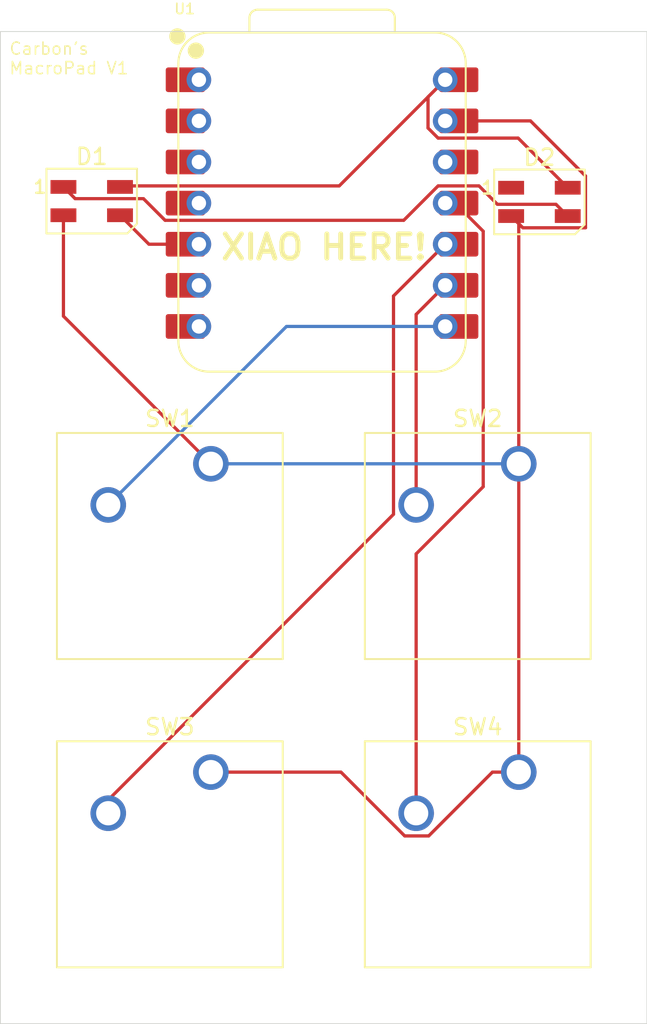
<source format=kicad_pcb>
(kicad_pcb (version 20241229) (generator "pcbnew") (generator_version "9.0")
  (layers (0 "F.Cu" signal) (2 "B.Cu" signal) (13 "F.Paste" user) (15 "B.Paste" user) (5 "F.SilkS" user "F.Silkscreen") (7 "B.SilkS" user "B.Silkscreen") (1 "F.Mask" user) (3 "B.Mask" user) (25 "Edge.Cuts" user))
  (net 0 "")
  (net 1 "Net-(D1-DOUT)")
  (net 2 "+5V")
  (net 3 "Net-(D1-DIN)")
  (net 4 "GND")
  (net 5 "Net-(U1-GPIO1{slash}RX)")
  (net 6 "Net-(U1-GPIO2{slash}SCK)")
  (net 7 "Net-(U1-GPIO4{slash}MISO)")
  (net 8 "Net-(U1-GPIO3{slash}MOSI)")
  (footprint "Button_Switch_Keyboard:SW_Cherry_MX_1.00u_PCB" (layer "F.Cu") (at 135.5725 123.5075)
    (property "Reference" "SW2" (at -2.54 -2.794 0) (layer "F.SilkS"))
    (property "Value" "SW_Push")
    (fp_line (start -9.525 -1.905) (end 4.445 -1.905) (stroke (width 0.12)) (layer "F.SilkS"))
    (fp_line (start -9.525 12.065) (end -9.525 -1.905) (stroke (width 0.12)) (layer "F.SilkS"))
    (fp_line (start 4.445 -1.905) (end 4.445 12.065) (stroke (width 0.12)) (layer "F.SilkS"))
    (fp_line (start 4.445 12.065) (end -9.525 12.065) (stroke (width 0.12)) (layer "F.SilkS"))
    (pad "" np_thru_hole circle (at -7.62 5.08) (size 1.7 1.7) (drill 1.7) (layers "*.Cu" "*.Mask"))
    (pad "" np_thru_hole circle (at -2.54 5.08) (size 4 4) (drill 4) (layers "*.Cu" "*.Mask"))
    (pad "" np_thru_hole circle (at 2.54 5.08) (size 1.7 1.7) (drill 1.7) (layers "*.Cu" "*.Mask"))
    (pad "1" thru_hole circle (at 0 0) (size 2.2 2.2) (drill 1.5) (layers "*.Cu" "*.Mask") (net 4 "GND"))
    (pad "2" thru_hole circle (at -6.35 2.54) (size 2.2 2.2) (drill 1.5) (layers "*.Cu" "*.Mask") (net 6 "Net-(U1-GPIO2{slash}SCK)"))
  )
  (footprint "LED_SMD:LED_SK6812MINI_PLCC4_3.5x3.5mm_P1.75mm" (layer "F.Cu") (at 109.15 107.275)
    (property "Reference" "D1" (at 0 -2.75 0) (layer "F.SilkS"))
    (property "Value" "SK6812MINI")
    (fp_line (start -2.8 -2) (end -2.8 2) (stroke (width 0.12)) (layer "F.SilkS"))
    (fp_line (start -2.8 -2) (end 2.8 -2) (stroke (width 0.12)) (layer "F.SilkS"))
    (fp_line (start -2.8 2) (end 2.2 2) (stroke (width 0.12)) (layer "F.SilkS"))
    (fp_line (start 2.8 1.4) (end 2.2 2) (stroke (width 0.12)) (layer "F.SilkS"))
    (fp_line (start 2.8 1.4) (end 2.8 -2) (stroke (width 0.12)) (layer "F.SilkS"))
    (fp_text user "1" (at -3.2 -0.875 0) (layer "F.SilkS") (effects (font (size 0.8 0.8))))
    (pad "1" smd rect (at -1.75 -0.875) (size 1.6 0.85) (layers "F.Cu" "F.Mask" "F.Paste") (net 1 "Net-(D1-DOUT)"))
    (pad "2" smd rect (at -1.75 0.875) (size 1.6 0.85) (layers "F.Cu" "F.Mask" "F.Paste") (net 4 "GND"))
    (pad "3" smd rect (at 1.75 0.875) (size 1.6 0.85) (layers "F.Cu" "F.Mask" "F.Paste") (net 3 "Net-(D1-DIN)"))
    (pad "4" smd rect (at 1.75 -0.875) (size 1.6 0.85) (layers "F.Cu" "F.Mask" "F.Paste") (net 2 "+5V"))
  )
  (footprint "Button_Switch_Keyboard:SW_Cherry_MX_1.00u_PCB" (layer "F.Cu") (at 116.5225 123.5075)
    (property "Reference" "SW1" (at -2.54 -2.794 0) (layer "F.SilkS"))
    (property "Value" "SW_Push")
    (fp_line (start -9.525 -1.905) (end 4.445 -1.905) (stroke (width 0.12)) (layer "F.SilkS"))
    (fp_line (start -9.525 12.065) (end -9.525 -1.905) (stroke (width 0.12)) (layer "F.SilkS"))
    (fp_line (start 4.445 -1.905) (end 4.445 12.065) (stroke (width 0.12)) (layer "F.SilkS"))
    (fp_line (start 4.445 12.065) (end -9.525 12.065) (stroke (width 0.12)) (layer "F.SilkS"))
    (pad "" np_thru_hole circle (at -7.62 5.08) (size 1.7 1.7) (drill 1.7) (layers "*.Cu" "*.Mask"))
    (pad "" np_thru_hole circle (at -2.54 5.08) (size 4 4) (drill 4) (layers "*.Cu" "*.Mask"))
    (pad "" np_thru_hole circle (at 2.54 5.08) (size 1.7 1.7) (drill 1.7) (layers "*.Cu" "*.Mask"))
    (pad "1" thru_hole circle (at 0 0) (size 2.2 2.2) (drill 1.5) (layers "*.Cu" "*.Mask") (net 4 "GND"))
    (pad "2" thru_hole circle (at -6.35 2.54) (size 2.2 2.2) (drill 1.5) (layers "*.Cu" "*.Mask") (net 5 "Net-(U1-GPIO1{slash}RX)"))
  )
  (footprint "Seeed Studio XIAO Series Library:XIAO-RP2040-DIP" (layer "F.Cu") (at 123.4 107.4)
    (property "Reference" "U1" (at -8.5 -12 0) (layer "F.SilkS") (effects (font (size 0.635 0.635) (thickness 0.1016))))
    (property "Value" "XIAO-RP2040-DIP")
    (fp_line (start -8.89 8.509) (end -8.89 -8.636) (stroke (width 0.127)) (layer "F.SilkS"))
    (fp_line (start -6.985 10.414) (end 6.985 10.414) (stroke (width 0.127)) (layer "F.SilkS"))
    (fp_line (start -4.495 -10.541) (end -4.491272 -11.451272) (stroke (width 0.127)) (layer "F.SilkS"))
    (fp_line (start -3.991272 -11.951) (end 4.004 -11.951) (stroke (width 0.127)) (layer "F.SilkS"))
    (fp_line (start 4.504 -11.451) (end 4.504 -10.541) (stroke (width 0.127)) (layer "F.SilkS"))
    (fp_line (start 6.985 -10.541) (end -6.985 -10.541) (stroke (width 0.1)) (layer "F.SilkS"))
    (fp_line (start 6.985 -10.541) (end -6.985 -10.541) (stroke (width 0.127)) (layer "F.SilkS"))
    (fp_line (start 8.89 8.509) (end 8.89 -8.636) (stroke (width 0.127)) (layer "F.SilkS"))
    (fp_arc (start -8.89 -8.636) (mid -8.332038 -9.983038) (end -6.985 -10.541) (stroke (width 0.127)) (layer "F.SilkS"))
    (fp_arc (start -6.985 10.414) (mid -8.332038 9.856038) (end -8.89 8.509) (stroke (width 0.127)) (layer "F.SilkS"))
    (fp_arc (start -4.491272 -11.451272) (mid -4.344724 -11.804644) (end -3.991272 -11.951) (stroke (width 0.127)) (layer "F.SilkS"))
    (fp_arc (start 4.004 -11.951) (mid 4.357553 -11.804553) (end 4.504 -11.451) (stroke (width 0.127)) (layer "F.SilkS"))
    (fp_arc (start 6.985 -10.541) (mid 8.332038 -9.983038) (end 8.89 -8.636) (stroke (width 0.127)) (layer "F.SilkS"))
    (fp_arc (start 8.89 8.509) (mid 8.332038 9.856038) (end 6.985 10.414) (stroke (width 0.127)) (layer "F.SilkS"))
    (fp_circle (center -8.95 -10.3) (end -8.95 -10.554) (stroke (width 0.5)) (fill yes) (layer "F.SilkS"))
    (fp_circle (center -7.807 -9.42) (end -7.807 -9.674) (stroke (width 0.5)) (fill yes) (layer "F.SilkS"))
    (pad "1" smd roundrect (at -8.455 -7.62 180) (size 2.432 1.524) (layers "F.Cu" "F.Mask") (roundrect_rratio 0.1))
    (pad "1" thru_hole circle (at -7.62 -7.62 180) (size 1.524 1.524) (drill 0.889) (layers "*.Cu" "*.Mask"))
    (pad "2" smd roundrect (at -8.455 -5.08 180) (size 2.432 1.524) (layers "F.Cu" "F.Mask") (roundrect_rratio 0.1))
    (pad "2" thru_hole circle (at -7.62 -5.08 180) (size 1.524 1.524) (drill 0.889) (layers "*.Cu" "*.Mask"))
    (pad "3" smd roundrect (at -8.455 -2.54 180) (size 2.432 1.524) (layers "F.Cu" "F.Mask") (roundrect_rratio 0.1))
    (pad "3" thru_hole circle (at -7.62 -2.54 180) (size 1.524 1.524) (drill 0.889) (layers "*.Cu" "*.Mask"))
    (pad "4" smd roundrect (at -8.455 0 180) (size 2.432 1.524) (layers "F.Cu" "F.Mask") (roundrect_rratio 0.1))
    (pad "4" thru_hole circle (at -7.62 0 180) (size 1.524 1.524) (drill 0.889) (layers "*.Cu" "*.Mask"))
    (pad "5" smd roundrect (at -8.455 2.54 180) (size 2.432 1.524) (layers "F.Cu" "F.Mask") (roundrect_rratio 0.1) (net 3 "Net-(D1-DIN)"))
    (pad "5" thru_hole circle (at -7.62 2.54 180) (size 1.524 1.524) (drill 0.889) (layers "*.Cu" "*.Mask") (net 3 "Net-(D1-DIN)"))
    (pad "6" smd roundrect (at -8.455 5.08 180) (size 2.432 1.524) (layers "F.Cu" "F.Mask") (roundrect_rratio 0.1))
    (pad "6" thru_hole circle (at -7.62 5.08 180) (size 1.524 1.524) (drill 0.889) (layers "*.Cu" "*.Mask"))
    (pad "7" smd roundrect (at -8.455 7.62 180) (size 2.432 1.524) (layers "F.Cu" "F.Mask") (roundrect_rratio 0.1))
    (pad "7" thru_hole circle (at -7.62 7.62 180) (size 1.524 1.524) (drill 0.889) (layers "*.Cu" "*.Mask"))
    (pad "8" thru_hole circle (at 7.62 7.62) (size 1.524 1.524) (drill 0.889) (layers "*.Cu" "*.Mask") (net 5 "Net-(U1-GPIO1{slash}RX)"))
    (pad "8" smd roundrect (at 8.455 7.62) (size 2.432 1.524) (layers "F.Cu" "F.Mask") (roundrect_rratio 0.1) (net 5 "Net-(U1-GPIO1{slash}RX)"))
    (pad "9" thru_hole circle (at 7.62 5.08) (size 1.524 1.524) (drill 0.889) (layers "*.Cu" "*.Mask") (net 6 "Net-(U1-GPIO2{slash}SCK)"))
    (pad "9" smd roundrect (at 8.455 5.08) (size 2.432 1.524) (layers "F.Cu" "F.Mask") (roundrect_rratio 0.1) (net 6 "Net-(U1-GPIO2{slash}SCK)"))
    (pad "10" thru_hole circle (at 7.62 2.54) (size 1.524 1.524) (drill 0.889) (layers "*.Cu" "*.Mask") (net 7 "Net-(U1-GPIO4{slash}MISO)"))
    (pad "10" smd roundrect (at 8.455 2.54) (size 2.432 1.524) (layers "F.Cu" "F.Mask") (roundrect_rratio 0.1) (net 7 "Net-(U1-GPIO4{slash}MISO)"))
    (pad "11" thru_hole circle (at 7.62 0) (size 1.524 1.524) (drill 0.889) (layers "*.Cu" "*.Mask") (net 8 "Net-(U1-GPIO3{slash}MOSI)"))
    (pad "11" smd roundrect (at 8.455 0) (size 2.432 1.524) (layers "F.Cu" "F.Mask") (roundrect_rratio 0.1) (net 8 "Net-(U1-GPIO3{slash}MOSI)"))
    (pad "12" thru_hole circle (at 7.62 -2.54) (size 1.524 1.524) (drill 0.889) (layers "*.Cu" "*.Mask"))
    (pad "12" smd roundrect (at 8.455 -2.54) (size 2.432 1.524) (layers "F.Cu" "F.Mask") (roundrect_rratio 0.1))
    (pad "13" thru_hole circle (at 7.62 -5.08) (size 1.524 1.524) (drill 0.889) (layers "*.Cu" "*.Mask") (net 4 "GND"))
    (pad "13" smd roundrect (at 8.455 -5.08) (size 2.432 1.524) (layers "F.Cu" "F.Mask") (roundrect_rratio 0.1) (net 4 "GND"))
    (pad "14" thru_hole circle (at 7.62 -7.62) (size 1.524 1.524) (drill 0.889) (layers "*.Cu" "*.Mask") (net 2 "+5V"))
    (pad "14" smd roundrect (at 8.455 -7.62) (size 2.432 1.524) (layers "F.Cu" "F.Mask") (roundrect_rratio 0.1) (net 2 "+5V"))
  )
  (footprint "LED_SMD:LED_SK6812MINI_PLCC4_3.5x3.5mm_P1.75mm" (layer "F.Cu") (at 136.85 107.325)
    (property "Reference" "D2" (at 0 -2.75 0) (layer "F.SilkS"))
    (property "Value" "SK6812MINI")
    (fp_line (start -2.8 -2) (end -2.8 2) (stroke (width 0.12)) (layer "F.SilkS"))
    (fp_line (start -2.8 -2) (end 2.8 -2) (stroke (width 0.12)) (layer "F.SilkS"))
    (fp_line (start -2.8 2) (end 2.2 2) (stroke (width 0.12)) (layer "F.SilkS"))
    (fp_line (start 2.8 1.4) (end 2.2 2) (stroke (width 0.12)) (layer "F.SilkS"))
    (fp_line (start 2.8 1.4) (end 2.8 -2) (stroke (width 0.12)) (layer "F.SilkS"))
    (fp_text user "1" (at -3.2 -0.875 0) (layer "F.SilkS") (effects (font (size 0.8 0.8))))
    (pad "1" smd rect (at -1.75 -0.875) (size 1.6 0.85) (layers "F.Cu" "F.Mask" "F.Paste"))
    (pad "2" smd rect (at -1.75 0.875) (size 1.6 0.85) (layers "F.Cu" "F.Mask" "F.Paste") (net 4 "GND"))
    (pad "3" smd rect (at 1.75 0.875) (size 1.6 0.85) (layers "F.Cu" "F.Mask" "F.Paste") (net 1 "Net-(D1-DOUT)"))
    (pad "4" smd rect (at 1.75 -0.875) (size 1.6 0.85) (layers "F.Cu" "F.Mask" "F.Paste") (net 2 "+5V"))
  )
  (footprint "Button_Switch_Keyboard:SW_Cherry_MX_1.00u_PCB" (layer "F.Cu") (at 135.5725 142.5575)
    (property "Reference" "SW4" (at -2.54 -2.794 0) (layer "F.SilkS"))
    (property "Value" "SW_Push")
    (fp_line (start -9.525 -1.905) (end 4.445 -1.905) (stroke (width 0.12)) (layer "F.SilkS"))
    (fp_line (start -9.525 12.065) (end -9.525 -1.905) (stroke (width 0.12)) (layer "F.SilkS"))
    (fp_line (start 4.445 -1.905) (end 4.445 12.065) (stroke (width 0.12)) (layer "F.SilkS"))
    (fp_line (start 4.445 12.065) (end -9.525 12.065) (stroke (width 0.12)) (layer "F.SilkS"))
    (pad "" np_thru_hole circle (at -7.62 5.08) (size 1.7 1.7) (drill 1.7) (layers "*.Cu" "*.Mask"))
    (pad "" np_thru_hole circle (at -2.54 5.08) (size 4 4) (drill 4) (layers "*.Cu" "*.Mask"))
    (pad "" np_thru_hole circle (at 2.54 5.08) (size 1.7 1.7) (drill 1.7) (layers "*.Cu" "*.Mask"))
    (pad "1" thru_hole circle (at 0 0) (size 2.2 2.2) (drill 1.5) (layers "*.Cu" "*.Mask") (net 4 "GND"))
    (pad "2" thru_hole circle (at -6.35 2.54) (size 2.2 2.2) (drill 1.5) (layers "*.Cu" "*.Mask") (net 8 "Net-(U1-GPIO3{slash}MOSI)"))
  )
  (footprint "Button_Switch_Keyboard:SW_Cherry_MX_1.00u_PCB" (layer "F.Cu") (at 116.5225 142.5575)
    (property "Reference" "SW3" (at -2.54 -2.794 0) (layer "F.SilkS"))
    (property "Value" "SW_Push")
    (fp_line (start -9.525 -1.905) (end 4.445 -1.905) (stroke (width 0.12)) (layer "F.SilkS"))
    (fp_line (start -9.525 12.065) (end -9.525 -1.905) (stroke (width 0.12)) (layer "F.SilkS"))
    (fp_line (start 4.445 -1.905) (end 4.445 12.065) (stroke (width 0.12)) (layer "F.SilkS"))
    (fp_line (start 4.445 12.065) (end -9.525 12.065) (stroke (width 0.12)) (layer "F.SilkS"))
    (pad "" np_thru_hole circle (at -7.62 5.08) (size 1.7 1.7) (drill 1.7) (layers "*.Cu" "*.Mask"))
    (pad "" np_thru_hole circle (at -2.54 5.08) (size 4 4) (drill 4) (layers "*.Cu" "*.Mask"))
    (pad "" np_thru_hole circle (at 2.54 5.08) (size 1.7 1.7) (drill 1.7) (layers "*.Cu" "*.Mask"))
    (pad "1" thru_hole circle (at 0 0) (size 2.2 2.2) (drill 1.5) (layers "*.Cu" "*.Mask") (net 4 "GND"))
    (pad "2" thru_hole circle (at -6.35 2.54) (size 2.2 2.2) (drill 1.5) (layers "*.Cu" "*.Mask") (net 7 "Net-(U1-GPIO4{slash}MISO)"))
  )
  (gr_rect (start 103.5 96.8) (end 143.5 158.1) (stroke (width 0.05)) (fill no) (layer "Edge.Cuts"))
  (gr_text "Carbon's\nMacroPad V1" (at 104 99.5 0) (layer "F.SilkS") (effects (font (size 0.75 0.75) (thickness 0.09375)) (justify left bottom)))
  (gr_text "XIAO HERE!" (at 117 111 -0) (layer "F.SilkS") (effects (font (size 1.5 1.5) (thickness 0.3) (bold yes)) (justify left bottom)))
  (segment (start 137.874 107.474) (end 134.247626 107.474) (width 0.2) (layer "F.Cu") (net 1))
  (segment (start 130.57969 106.337) (end 128.45369 108.463) (width 0.2) (layer "F.Cu") (net 1))
  (segment (start 133.110626 106.337) (end 130.57969 106.337) (width 0.2) (layer "F.Cu") (net 1))
  (segment (start 134.247626 107.474) (end 133.110626 106.337) (width 0.2) (layer "F.Cu") (net 1))
  (segment (start 128.45369 108.463) (end 113.689374 108.463) (width 0.2) (layer "F.Cu") (net 1))
  (segment (start 112.352374 107.126) (end 108.126 107.126) (width 0.2) (layer "F.Cu") (net 1))
  (segment (start 113.689374 108.463) (end 112.352374 107.126) (width 0.2) (layer "F.Cu") (net 1))
  (segment (start 108.126 107.126) (end 107.4 106.4) (width 0.2) (layer "F.Cu") (net 1))
  (segment (start 138.6 108.2) (end 137.874 107.474) (width 0.2) (layer "F.Cu") (net 1))
  (segment (start 110.963 106.337) (end 110.9 106.4) (width 0.2) (layer "F.Cu") (net 2))
  (segment (start 135.533 103.383) (end 130.57969 103.383) (width 0.2) (layer "F.Cu") (net 2))
  (segment (start 129.957 100.843) (end 131.02 99.78) (width 0.2) (layer "F.Cu") (net 2))
  (segment (start 129.957 102.76031) (end 129.957 100.843) (width 0.2) (layer "F.Cu") (net 2))
  (segment (start 138.6 106.45) (end 135.533 103.383) (width 0.2) (layer "F.Cu") (net 2))
  (segment (start 130.57969 103.383) (end 129.957 102.76031) (width 0.2) (layer "F.Cu") (net 2))
  (segment (start 124.463 106.337) (end 110.963 106.337) (width 0.2) (layer "F.Cu") (net 2))
  (segment (start 131.02 99.78) (end 124.463 106.337) (width 0.2) (layer "F.Cu") (net 2))
  (segment (start 112.69 109.94) (end 110.9 108.15) (width 0.2) (layer "F.Cu") (net 3))
  (segment (start 115.78 109.94) (end 112.69 109.94) (width 0.2) (layer "F.Cu") (net 3))
  (segment (start 130 146.5) (end 128.51347 146.5) (width 0.2) (layer "F.Cu") (net 4))
  (segment (start 135.5725 142.5575) (end 133.9425 142.5575) (width 0.2) (layer "F.Cu") (net 4))
  (segment (start 116.5225 123.5075) (end 107.4 114.385) (width 0.2) (layer "F.Cu") (net 4))
  (segment (start 128.51347 146.5) (end 124.57097 142.5575) (width 0.2) (layer "F.Cu") (net 4))
  (segment (start 135.5725 108.6725) (end 135.1 108.2) (width 0.2) (layer "F.Cu") (net 4))
  (segment (start 135.5725 142.5575) (end 135.5725 123.5075) (width 0.2) (layer "F.Cu") (net 4))
  (segment (start 136.297 102.32) (end 131.02 102.32) (width 0.2) (layer "F.Cu") (net 4))
  (segment (start 139.701 105.724) (end 136.297 102.32) (width 0.2) (layer "F.Cu") (net 4))
  (segment (start 135.826 108.926) (end 139.701 108.926) (width 0.2) (layer "F.Cu") (net 4))
  (segment (start 124.57097 142.5575) (end 116.5225 142.5575) (width 0.2) (layer "F.Cu") (net 4))
  (segment (start 135.5725 123.5075) (end 135.5725 108.6725) (width 0.2) (layer "F.Cu") (net 4))
  (segment (start 107.4 114.385) (end 107.4 108.15) (width 0.2) (layer "F.Cu") (net 4))
  (segment (start 139.701 108.926) (end 139.701 105.724) (width 0.2) (layer "F.Cu") (net 4))
  (segment (start 133.9425 142.5575) (end 130 146.5) (width 0.2) (layer "F.Cu") (net 4))
  (segment (start 135.1 108.2) (end 135.826 108.926) (width 0.2) (layer "F.Cu") (net 4))
  (segment (start 116.5225 123.5075) (end 135.5725 123.5075) (width 0.2) (layer "B.Cu") (net 4))
  (segment (start 110.1725 126.0475) (end 121.2 115.02) (width 0.2) (layer "B.Cu") (net 5))
  (segment (start 121.2 115.02) (end 131.02 115.02) (width 0.2) (layer "B.Cu") (net 5))
  (segment (start 129.2225 114.2775) (end 131.02 112.48) (width 0.2) (layer "F.Cu") (net 6))
  (segment (start 129.2225 126.0475) (end 129.2225 114.2775) (width 0.2) (layer "F.Cu") (net 6))
  (segment (start 127.8215 113.1385) (end 131.02 109.94) (width 0.2) (layer "F.Cu") (net 7))
  (segment (start 127.8215 126.627814) (end 127.8215 113.1385) (width 0.2) (layer "F.Cu") (net 7))
  (segment (start 110.1725 144.276814) (end 127.8215 126.627814) (width 0.2) (layer "F.Cu") (net 7))
  (segment (start 110.1725 145.0975) (end 110.1725 144.276814) (width 0.2) (layer "F.Cu") (net 7))
  (segment (start 131.633626 107.4) (end 131.02 107.4) (width 0.2) (layer "F.Cu") (net 8))
  (segment (start 133.372 109.138374) (end 131.633626 107.4) (width 0.2) (layer "F.Cu") (net 8))
  (segment (start 133.372 124.923184) (end 133.372 109.138374) (width 0.2) (layer "F.Cu") (net 8))
  (segment (start 129.2225 129.072684) (end 133.372 124.923184) (width 0.2) (layer "F.Cu") (net 8))
  (segment (start 129.2225 145.0975) (end 129.2225 129.072684) (width 0.2) (layer "F.Cu") (net 8))
)
</source>
